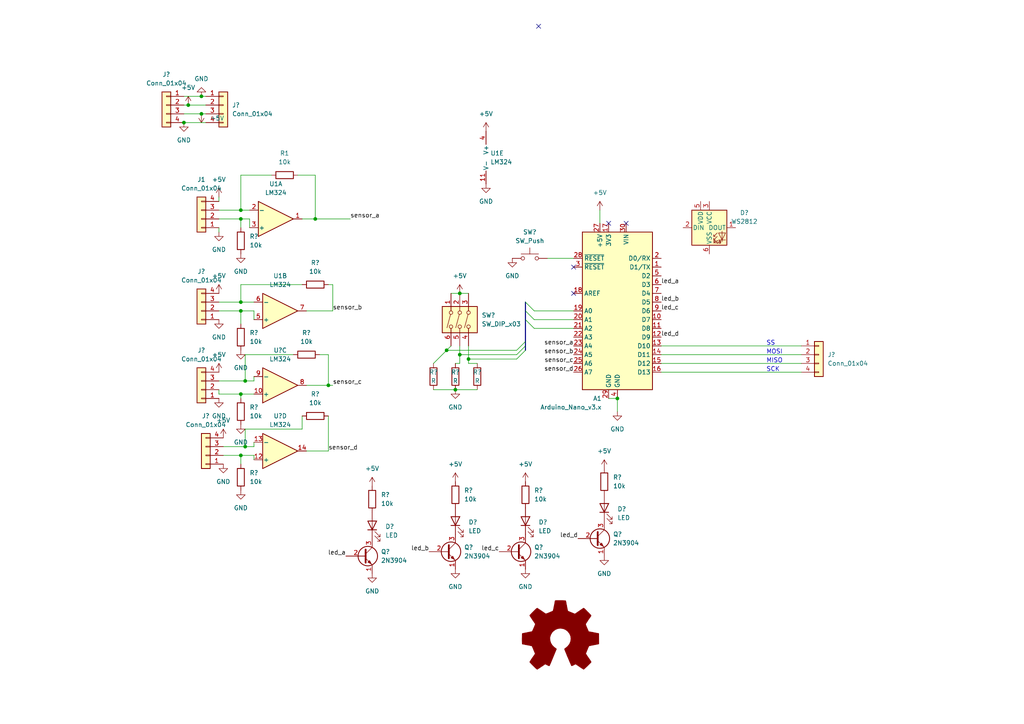
<source format=kicad_sch>
(kicad_sch (version 20211123) (generator eeschema)
  (paper "A4")
  (title_block (title "oiboard") (rev "0.0"))
  (lib_symbols
    (symbol "Amplifier_Operational:LM324" (pin_names (offset 0.127))
      (property "Reference" "U" (at 0 5.08 0))
      (property "Value" "LM324" (at 0 -5.08 0))
      (symbol "LM324_1_1"
        (polyline (pts (xy -5.08 5.08) (xy 5.08 0) (xy -5.08 -5.08) (xy -5.08 5.08)) (stroke (width 0.254)) (fill (type background)))
        (pin output line (at 7.62 0 180) (length 2.54) (name "~") (number "1"))
        (pin input line (at -7.62 -2.54 0) (length 2.54) (name "-") (number "2"))
        (pin input line (at -7.62 2.54 0) (length 2.54) (name "+") (number "3"))
      )
      (symbol "LM324_2_1"
        (polyline (pts (xy -5.08 5.08) (xy 5.08 0) (xy -5.08 -5.08) (xy -5.08 5.08)) (stroke (width 0.254)) (fill (type background)))
        (pin input line (at -7.62 2.54 0) (length 2.54) (name "+") (number "5"))
        (pin input line (at -7.62 -2.54 0) (length 2.54) (name "-") (number "6"))
        (pin output line (at 7.62 0 180) (length 2.54) (name "~") (number "7"))
      )
      (symbol "LM324_3_1"
        (polyline (pts (xy -5.08 5.08) (xy 5.08 0) (xy -5.08 -5.08) (xy -5.08 5.08)) (stroke (width 0.254)) (fill (type background)))
        (pin input line (at -7.62 2.54 0) (length 2.54) (name "+") (number "10"))
        (pin output line (at 7.62 0 180) (length 2.54) (name "~") (number "8"))
        (pin input line (at -7.62 -2.54 0) (length 2.54) (name "-") (number "9"))
      )
      (symbol "LM324_4_1"
        (polyline (pts (xy -5.08 5.08) (xy 5.08 0) (xy -5.08 -5.08) (xy -5.08 5.08)) (stroke (width 0.254)) (fill (type background)))
        (pin input line (at -7.62 2.54 0) (length 2.54) (name "+") (number "12"))
        (pin input line (at -7.62 -2.54 0) (length 2.54) (name "-") (number "13"))
        (pin output line (at 7.62 0 180) (length 2.54) (name "~") (number "14"))
      )
      (symbol "LM324_5_1"
        (pin power_in line (at -2.54 -7.62 90) (length 3.81) (name "V-") (number "11"))
        (pin power_in line (at -2.54 7.62 270) (length 3.81) (name "V+") (number "4"))
      )
    )
    (symbol "Connector_Generic:Conn_01x04" (pin_names (offset 1.016) hide)
      (property "Reference" "J" (at 0 5.08 0))
      (property "Value" "Conn_01x04" (at 0 -7.62 0))
      (symbol "Conn_01x04_1_1"
        (rectangle (start -1.27 -4.953) (end 0 -5.207) (stroke (width 0.1524)))
        (rectangle (start -1.27 -2.413) (end 0 -2.667) (stroke (width 0.1524)))
        (rectangle (start -1.27 0.127) (end 0 -0.127) (stroke (width 0.1524)))
        (rectangle (start -1.27 2.667) (end 0 2.413) (stroke (width 0.1524)))
        (rectangle (start -1.27 3.81) (end 1.27 -6.35) (stroke (width 0.254)) (fill (type background)))
        (pin passive line (at -5.08 2.54 0) (length 3.81) (name "Pin_1") (number "1"))
        (pin passive line (at -5.08 0 0) (length 3.81) (name "Pin_2") (number "2"))
        (pin passive line (at -5.08 -2.54 0) (length 3.81) (name "Pin_3") (number "3"))
        (pin passive line (at -5.08 -5.08 0) (length 3.81) (name "Pin_4") (number "4"))
      )
    )
    (symbol "Device:LED" (pin_numbers hide) (pin_names (offset 1.016) hide)
      (property "Reference" "D" (at 0 2.54 0))
      (property "Value" "LED" (at 0 -2.54 0))
      (symbol "LED_0_1"
        (polyline (pts (xy -1.27 -1.27) (xy -1.27 1.27)) (stroke (width 0.254)))
        (polyline (pts (xy -1.27 0) (xy 1.27 0)))
        (polyline (pts (xy 1.27 -1.27) (xy 1.27 1.27) (xy -1.27 0) (xy 1.27 -1.27)) (stroke (width 0.254)))
        (polyline (pts (xy -3.048 -0.762) (xy -4.572 -2.286) (xy -3.81 -2.286) (xy -4.572 -2.286) (xy -4.572 -1.524)))
        (polyline (pts (xy -1.778 -0.762) (xy -3.302 -2.286) (xy -2.54 -2.286) (xy -3.302 -2.286) (xy -3.302 -1.524)))
      )
      (symbol "LED_1_1"
        (pin passive line (at -3.81 0 0) (length 2.54) (name "K") (number "1"))
        (pin passive line (at 3.81 0 180) (length 2.54) (name "A") (number "2"))
      )
    )
    (symbol "Device:R" (pin_numbers hide) (pin_names (offset 0))
      (property "Reference" "R" (at 2.032 0 90))
      (property "Value" "R" (at 0 0 90))
      (symbol "R_0_1"
        (rectangle (start -1.016 -2.54) (end 1.016 2.54) (stroke (width 0.254)))
      )
      (symbol "R_1_1"
        (pin passive line (at 0 3.81 270) (length 1.27) (name "~") (number "1"))
        (pin passive line (at 0 -3.81 90) (length 1.27) (name "~") (number "2"))
      )
    )
    (symbol "Graphic:Logo_Open_Hardware_Large" (pin_names (offset 1.016))
      (symbol "Logo_Open_Hardware_Large_1_1"
        (polyline (pts (xy 6.731 -8.7122) (xy 6.6294 -8.6614) (xy 6.35 -8.4836) (xy 5.9944 -8.255) (xy 5.5372 -7.9502) (xy 5.1054 -7.6454) (xy 4.7498 -7.4168) (xy 4.4958 -7.239) (xy 4.3942 -7.1882) (xy 4.318 -7.2136) (xy 4.1148 -7.3152) (xy 3.81 -7.4676) (xy 3.6322 -7.5692) (xy 3.3528 -7.6708) (xy 3.2258 -7.6962) (xy 3.2004 -7.6708) (xy 3.0988 -7.4676) (xy 2.9464 -7.0866) (xy 2.7178 -6.604) (xy 2.4892 -6.0452) (xy 2.2352 -5.4356) (xy 1.9558 -4.826) (xy 1.7272 -4.2164) (xy 1.4986 -3.683) (xy 1.3208 -3.2512) (xy 1.2192 -2.9464) (xy 1.1684 -2.8194) (xy 1.1938 -2.794) (xy 1.3208 -2.667) (xy 1.5748 -2.4892) (xy 2.0828 -2.0574) (xy 2.6162 -1.397) (xy 2.921 -0.6604) (xy 3.048 0.1524) (xy 2.9464 0.9144) (xy 2.6416 1.6256) (xy 2.1336 2.286) (xy 1.524 2.7686) (xy 0.8128 3.0734) (xy 0 3.175) (xy -0.762 3.0988) (xy -1.4986 2.794) (xy -2.159 2.286) (xy -2.4384 1.9812) (xy -2.8194 1.3208) (xy -3.048 0.6096) (xy -3.0734 0.4318) (xy -3.0226 -0.3556) (xy -2.794 -1.0922) (xy -2.3876 -1.7526) (xy -1.8288 -2.3114) (xy -1.7526 -2.3622) (xy -1.4732 -2.5654) (xy -1.2954 -2.6924) (xy -1.1684 -2.8194) (xy -2.159 -5.207) (xy -2.3114 -5.588) (xy -2.5908 -6.2484) (xy -2.8194 -6.8072) (xy -3.0226 -7.2644) (xy -3.1496 -7.5692) (xy -3.2258 -7.6708) (xy -3.2258 -7.6962) (xy -3.302 -7.6962) (xy -3.4798 -7.6454) (xy -3.8354 -7.4676) (xy -4.0386 -7.366) (xy -4.2926 -7.239) (xy -4.4196 -7.1882) (xy -4.5212 -7.239) (xy -4.7498 -7.3914) (xy -5.1054 -7.6454) (xy -5.5372 -7.9248) (xy -5.9436 -8.2042) (xy -6.3246 -8.4582) (xy -6.604 -8.636) (xy -6.731 -8.7122) (xy -6.7564 -8.7122) (xy -6.858 -8.636) (xy -7.0866 -8.4582) (xy -7.4168 -8.1534) (xy -7.874 -7.6962) (xy -7.9502 -7.62) (xy -8.3312 -7.239) (xy -8.636 -6.9088) (xy -8.8392 -6.6802) (xy -8.9154 -6.5786) (xy -8.9154 -6.5786) (xy -8.8392 -6.4516) (xy -8.6614 -6.1722) (xy -8.4328 -5.7912) (xy -8.128 -5.3594) (xy -7.3152 -4.191) (xy -7.7724 -3.0988) (xy -7.8994 -2.7686) (xy -8.0772 -2.3622) (xy -8.2042 -2.0828) (xy -8.255 -1.9558) (xy -8.382 -1.905) (xy -8.6614 -1.8542) (xy -9.0932 -1.7526) (xy -9.6266 -1.651) (xy -10.1092 -1.5748) (xy -10.541 -1.4732) (xy -10.8712 -1.4224) (xy -11.0236 -1.397) (xy -11.049 -1.3716) (xy -11.0744 -1.2954) (xy -11.0998 -1.143) (xy -11.0998 -0.889) (xy -11.1252 -0.4572) (xy -11.1252 0.1524) (xy -11.1252 0.2286) (xy -11.0998 0.8128) (xy -11.0998 1.27) (xy -11.0744 1.5494) (xy -11.0744 1.6764) (xy -11.0744 1.6764) (xy -10.922 1.7018) (xy -10.6172 1.778) (xy -10.16 1.8542) (xy -9.652 1.9558) (xy -9.6012 1.9812) (xy -9.0932 2.0828) (xy -8.636 2.159) (xy -8.3312 2.2352) (xy -8.2042 2.286) (xy -8.1788 2.3114) (xy -8.0772 2.5146) (xy -7.9248 2.8448) (xy -7.747 3.2512) (xy -7.5692 3.6576) (xy -7.4168 4.0386) (xy -7.3152 4.318) (xy -7.2898 4.445) (xy -7.2898 4.445) (xy -7.366 4.572) (xy -7.5438 4.826) (xy -7.7978 5.207) (xy -8.128 5.6642) (xy -8.128 5.6896) (xy -8.4328 6.1468) (xy -8.6868 6.5278) (xy -8.8392 6.7818) (xy -8.9154 6.9088) (xy -8.9154 6.9088) (xy -8.8138 7.0358) (xy -8.5852 7.2898) (xy -8.255 7.6454) (xy -7.874 8.0264) (xy -7.747 8.1534) (xy -7.3152 8.5852) (xy -7.0104 8.8646) (xy -6.8326 8.9916) (xy -6.731 9.0424) (xy -6.731 9.0424) (xy -6.604 8.9408) (xy -6.3246 8.763) (xy -5.9436 8.509) (xy -5.4864 8.2042) (xy -5.461 8.1788) (xy -5.0038 7.874) (xy -4.6482 7.62) (xy -4.3688 7.4422) (xy -4.2672 7.3914) (xy -4.2418 7.3914) (xy -4.064 7.4422) (xy -3.7338 7.5438) (xy -3.3528 7.6962) (xy -2.9464 7.874) (xy -2.5654 8.0264) (xy -2.286 8.1534) (xy -2.159 8.2296) (xy -2.159 8.2296) (xy -2.1082 8.382) (xy -2.032 8.7122) (xy -1.9304 9.1694) (xy -1.8288 9.7282) (xy -1.8034 9.8044) (xy -1.7018 10.3378) (xy -1.6256 10.7696) (xy -1.5748 11.0744) (xy -1.524 11.2014) (xy -1.4478 11.2268) (xy -1.1938 11.2522) (xy -0.8128 11.2522) (xy -0.3302 11.2522) (xy 0.1524 11.2522) (xy 0.6604 11.2522) (xy 1.0668 11.2268) (xy 1.3716 11.2014) (xy 1.4986 11.176) (xy 1.4986 11.176) (xy 1.5494 11.0236) (xy 1.6256 10.6934) (xy 1.7018 10.2108) (xy 1.8288 9.6774) (xy 1.8288 9.5758) (xy 1.9304 9.0424) (xy 2.032 8.6106) (xy 2.0828 8.3058) (xy 2.1336 8.2042) (xy 2.159 8.1788) (xy 2.3876 8.0772) (xy 2.7432 7.9248) (xy 3.175 7.747) (xy 4.191 7.3406) (xy 5.461 8.2042) (xy 5.5626 8.2804) (xy 6.0198 8.5852) (xy 6.3754 8.8392) (xy 6.6294 8.9916) (xy 6.7564 9.0424) (xy 6.7564 9.0424) (xy 6.8834 8.9408) (xy 7.1374 8.7122) (xy 7.4676 8.382) (xy 7.8486 7.9756) (xy 8.1534 7.6962) (xy 8.4836 7.3406) (xy 8.7122 7.112) (xy 8.8392 6.9596) (xy 8.8646 6.858) (xy 8.8646 6.8072) (xy 8.7884 6.6802) (xy 8.6106 6.4008) (xy 8.3312 6.0198) (xy 8.0264 5.588) (xy 7.7978 5.207) (xy 7.5184 4.8006) (xy 7.3406 4.4958) (xy 7.2898 4.3434) (xy 7.2898 4.2926) (xy 7.3914 4.0386) (xy 7.5184 3.683) (xy 7.7216 3.2258) (xy 8.1534 2.2352) (xy 8.7884 2.1082) (xy 9.1948 2.0574) (xy 9.7536 1.9304) (xy 10.2616 1.8288) (xy 11.0998 1.6764) (xy 11.1252 -1.3208) (xy 10.9982 -1.3716) (xy 10.8712 -1.397) (xy 10.5664 -1.4732) (xy 10.1346 -1.5494) (xy 9.6266 -1.651) (xy 9.1948 -1.7272) (xy 8.7376 -1.8288) (xy 8.4328 -1.8796) (xy 8.2804 -1.905) (xy 8.255 -1.9558) (xy 8.1534 -2.159) (xy 7.9756 -2.5146) (xy 7.8232 -2.921) (xy 7.6454 -3.3274) (xy 7.493 -3.7338) (xy 7.366 -4.0132) (xy 7.3406 -4.191) (xy 7.3914 -4.2926) (xy 7.5692 -4.5466) (xy 7.7978 -4.9276) (xy 8.1026 -5.3594) (xy 8.4074 -5.7912) (xy 8.6614 -6.1722) (xy 8.8138 -6.4262) (xy 8.89 -6.5532) (xy 8.8646 -6.6548) (xy 8.6868 -6.858) (xy 8.3566 -7.1882) (xy 7.874 -7.6708) (xy 7.7978 -7.747) (xy 7.3914 -8.128) (xy 7.0612 -8.4328) (xy 6.8326 -8.636) (xy 6.731 -8.7122)) (fill (type outline)))
      )
    )
    (symbol "LED:WS2812" (pin_names (offset 0.254))
      (property "Reference" "D" (at 5.08 5.715 0))
      (property "Value" "WS2812" (at 1.27 -5.715 0))
      (symbol "WS2812_0_0"
        (text "RGB" (at 2.286 -4.191 0) (effects (font (size 0.762 0.762))))
      )
      (symbol "WS2812_0_1"
        (polyline (pts (xy 1.27 -3.556) (xy 1.778 -3.556)))
        (polyline (pts (xy 1.27 -2.54) (xy 1.778 -2.54)))
        (polyline (pts (xy 4.699 -3.556) (xy 2.667 -3.556)))
        (polyline (pts (xy 2.286 -2.54) (xy 1.27 -3.556) (xy 1.27 -3.048)))
        (polyline (pts (xy 2.286 -1.524) (xy 1.27 -2.54) (xy 1.27 -2.032)))
        (polyline (pts (xy 3.683 -1.016) (xy 3.683 -3.556) (xy 3.683 -4.064)))
        (polyline (pts (xy 4.699 -1.524) (xy 2.667 -1.524) (xy 3.683 -3.556) (xy 4.699 -1.524)))
        (rectangle (start 5.08 5.08) (end -5.08 -5.08) (stroke (width 0.254)) (fill (type background)))
      )
      (symbol "WS2812_1_1"
        (pin output line (at 7.62 0 180) (length 2.54) (name "DOUT") (number "1"))
        (pin input line (at -7.62 0 0) (length 2.54) (name "DIN") (number "2"))
        (pin power_in line (at 0 7.62 270) (length 2.54) (name "VCC") (number "3"))
        (pin no_connect line (at 5.08 2.54 180) (length 2.54) hide (name "NC") (number "4"))
        (pin power_in line (at -2.54 7.62 270) (length 2.54) (name "VDD") (number "5"))
        (pin power_in line (at 0 -7.62 90) (length 2.54) (name "VSS") (number "6"))
      )
    )
    (symbol "MCU_Module:Arduino_Nano_v3.x"
      (property "Reference" "A" (at -10.16 23.495 0))
      (property "Value" "Arduino_Nano_v3.x" (at 5.08 -24.13 0))
      (symbol "Arduino_Nano_v3.x_0_1"
        (rectangle (start -10.16 22.86) (end 10.16 -22.86) (stroke (width 0.254)) (fill (type background)))
      )
      (symbol "Arduino_Nano_v3.x_1_1"
        (pin bidirectional line (at -12.7 12.7 0) (length 2.54) (name "D1/TX") (number "1"))
        (pin bidirectional line (at -12.7 -2.54 0) (length 2.54) (name "D7") (number "10"))
        (pin bidirectional line (at -12.7 -5.08 0) (length 2.54) (name "D8") (number "11"))
        (pin bidirectional line (at -12.7 -7.62 0) (length 2.54) (name "D9") (number "12"))
        (pin bidirectional line (at -12.7 -10.16 0) (length 2.54) (name "D10") (number "13"))
        (pin bidirectional line (at -12.7 -12.7 0) (length 2.54) (name "D11") (number "14"))
        (pin bidirectional line (at -12.7 -15.24 0) (length 2.54) (name "D12") (number "15"))
        (pin bidirectional line (at -12.7 -17.78 0) (length 2.54) (name "D13") (number "16"))
        (pin power_out line (at 2.54 25.4 270) (length 2.54) (name "3V3") (number "17"))
        (pin input line (at 12.7 5.08 180) (length 2.54) (name "AREF") (number "18"))
        (pin bidirectional line (at 12.7 0 180) (length 2.54) (name "A0") (number "19"))
        (pin bidirectional line (at -12.7 15.24 0) (length 2.54) (name "D0/RX") (number "2"))
        (pin bidirectional line (at 12.7 -2.54 180) (length 2.54) (name "A1") (number "20"))
        (pin bidirectional line (at 12.7 -5.08 180) (length 2.54) (name "A2") (number "21"))
        (pin bidirectional line (at 12.7 -7.62 180) (length 2.54) (name "A3") (number "22"))
        (pin bidirectional line (at 12.7 -10.16 180) (length 2.54) (name "A4") (number "23"))
        (pin bidirectional line (at 12.7 -12.7 180) (length 2.54) (name "A5") (number "24"))
        (pin bidirectional line (at 12.7 -15.24 180) (length 2.54) (name "A6") (number "25"))
        (pin bidirectional line (at 12.7 -17.78 180) (length 2.54) (name "A7") (number "26"))
        (pin power_out line (at 5.08 25.4 270) (length 2.54) (name "+5V") (number "27"))
        (pin input line (at 12.7 15.24 180) (length 2.54) (name "~{RESET}") (number "28"))
        (pin power_in line (at 2.54 -25.4 90) (length 2.54) (name "GND") (number "29"))
        (pin input line (at 12.7 12.7 180) (length 2.54) (name "~{RESET}") (number "3"))
        (pin power_in line (at -2.54 25.4 270) (length 2.54) (name "VIN") (number "30"))
        (pin power_in line (at 0 -25.4 90) (length 2.54) (name "GND") (number "4"))
        (pin bidirectional line (at -12.7 10.16 0) (length 2.54) (name "D2") (number "5"))
        (pin bidirectional line (at -12.7 7.62 0) (length 2.54) (name "D3") (number "6"))
        (pin bidirectional line (at -12.7 5.08 0) (length 2.54) (name "D4") (number "7"))
        (pin bidirectional line (at -12.7 2.54 0) (length 2.54) (name "D5") (number "8"))
        (pin bidirectional line (at -12.7 0 0) (length 2.54) (name "D6") (number "9"))
      )
    )
    (symbol "Switch:SW_DIP_x03" (pin_names (offset 0) hide)
      (property "Reference" "SW" (at 0 8.89 0))
      (property "Value" "SW_DIP_x03" (at 0 -3.81 0))
      (symbol "SW_DIP_x03_0_0"
        (circle (center -2.032 0) (radius 0.508))
        (circle (center -2.032 2.54) (radius 0.508))
        (circle (center -2.032 5.08) (radius 0.508))
        (polyline (pts (xy -1.524 0.127) (xy 2.3622 1.1684)))
        (polyline (pts (xy -1.524 2.667) (xy 2.3622 3.7084)))
        (polyline (pts (xy -1.524 5.207) (xy 2.3622 6.2484)))
        (circle (center 2.032 0) (radius 0.508))
        (circle (center 2.032 2.54) (radius 0.508))
        (circle (center 2.032 5.08) (radius 0.508))
      )
      (symbol "SW_DIP_x03_0_1"
        (rectangle (start -3.81 7.62) (end 3.81 -2.54) (stroke (width 0.254)) (fill (type background)))
      )
      (symbol "SW_DIP_x03_1_1"
        (pin passive line (at -7.62 5.08 0) (length 5.08) (name "~") (number "1"))
        (pin passive line (at -7.62 2.54 0) (length 5.08) (name "~") (number "2"))
        (pin passive line (at -7.62 0 0) (length 5.08) (name "~") (number "3"))
        (pin passive line (at 7.62 0 180) (length 5.08) (name "~") (number "4"))
        (pin passive line (at 7.62 2.54 180) (length 5.08) (name "~") (number "5"))
        (pin passive line (at 7.62 5.08 180) (length 5.08) (name "~") (number "6"))
      )
    )
    (symbol "Switch:SW_Push" (pin_numbers hide) (pin_names (offset 1.016) hide)
      (property "Reference" "SW" (at 1.27 2.54 0))
      (property "Value" "SW_Push" (at 0 -1.524 0))
      (symbol "SW_Push_0_1"
        (circle (center -2.032 0) (radius 0.508))
        (polyline (pts (xy 0 1.27) (xy 0 3.048)))
        (polyline (pts (xy 2.54 1.27) (xy -2.54 1.27)))
        (circle (center 2.032 0) (radius 0.508))
        (pin passive line (at -5.08 0 0) (length 2.54) (name "1") (number "1"))
        (pin passive line (at 5.08 0 180) (length 2.54) (name "2") (number "2"))
      )
    )
    (symbol "Transistor_BJT:2N3904" (pin_names (offset 0) hide)
      (property "Reference" "Q" (at 5.08 1.905 0))
      (property "Value" "2N3904" (at 5.08 0 0))
      (symbol "2N3904_0_1"
        (polyline (pts (xy 0.635 0.635) (xy 2.54 2.54)))
        (polyline (pts (xy 0.635 -0.635) (xy 2.54 -2.54) (xy 2.54 -2.54)))
        (polyline (pts (xy 0.635 1.905) (xy 0.635 -1.905) (xy 0.635 -1.905)) (stroke (width 0.508)))
        (polyline (pts (xy 1.27 -1.778) (xy 1.778 -1.27) (xy 2.286 -2.286) (xy 1.27 -1.778) (xy 1.27 -1.778)) (fill (type outline)))
        (circle (center 1.27 0) (radius 2.8194) (stroke (width 0.254)))
      )
      (symbol "2N3904_1_1"
        (pin passive line (at 2.54 -5.08 90) (length 2.54) (name "E") (number "1"))
        (pin passive line (at -5.08 0 0) (length 5.715) (name "B") (number "2"))
        (pin passive line (at 2.54 5.08 270) (length 2.54) (name "C") (number "3"))
      )
    )
    (symbol "power:+5V" (power) (pin_names (offset 0))
      (property "Value" "+5V" (at 0 3.556 0))
      (symbol "+5V_0_1"
        (polyline (pts (xy -0.762 1.27) (xy 0 2.54)))
        (polyline (pts (xy 0 0) (xy 0 2.54)))
        (polyline (pts (xy 0 2.54) (xy 0.762 1.27)))
      )
      (symbol "+5V_1_1"
        (pin power_in line (at 0 0 90) (length 0) hide (name "+5V") (number "1"))
      )
    )
    (symbol "power:GND" (power) (pin_names (offset 0))
      (property "Value" "GND" (at 0 -3.81 0))
      (symbol "GND_0_1"
        (polyline (pts (xy 0 0) (xy 0 -1.27) (xy 1.27 -1.27) (xy 0 -2.54) (xy -1.27 -1.27) (xy 0 -1.27)))
      )
      (symbol "GND_1_1"
        (pin power_in line (at 0 0 270) (length 0) hide (name "GND") (number "1"))
      )
    )
  )
  (junction (at 179.07 115.57))
  (junction (at 133.35 102.87))
  (junction (at 69.85 87.63))
  (junction (at 71.12 129.54))
  (junction (at 53.34 35.56))
  (junction (at 69.85 90.17))
  (junction (at 71.12 110.49))
  (junction (at 129.54 101.6))
  (junction (at 58.42 33.02))
  (junction (at 69.85 63.5))
  (junction (at 133.35 85.09))
  (junction (at 95.25 111.76))
  (junction (at 69.85 60.96))
  (junction (at 91.44 63.5))
  (junction (at 135.89 104.14))
  (junction (at 54.61 30.48))
  (junction (at 69.85 132.08))
  (junction (at 132.08 113.03))
  (junction (at 58.42 27.94))
  (junction (at 69.85 114.3))
  (no_connect (at 166.37 77.47))
  (no_connect (at 156.21 7.62))
  (no_connect (at 166.37 85.09))
  (no_connect (at 176.53 64.77))
  (no_connect (at 181.61 64.77))
  (bus_entry (at 152.4 99.06) (size -2.54 2.54))
  (bus_entry (at 152.4 100.33) (size -2.54 2.54))
  (bus_entry (at 152.4 87.63) (size 2.54 2.54))
  (bus_entry (at 152.4 92.71) (size 2.54 2.54))
  (bus_entry (at 152.4 90.17) (size 2.54 2.54))
  (bus_entry (at 152.4 101.6) (size -2.54 2.54))
  (wire (pts (xy 95.25 82.55) (xy 96.52 82.55)))
  (wire (pts (xy 53.34 35.56) (xy 59.69 35.56)))
  (wire (pts (xy 73.66 129.54) (xy 73.66 128.27)))
  (bus (pts (xy 152.4 99.06) (xy 152.4 100.33)))
  (wire (pts (xy 69.85 82.55) (xy 87.63 82.55)))
  (wire (pts (xy 96.52 90.17) (xy 88.9 90.17)))
  (wire (pts (xy 86.36 50.8) (xy 91.44 50.8)))
  (wire (pts (xy 58.42 33.02) (xy 59.69 33.02)))
  (wire (pts (xy 129.54 101.6) (xy 130.81 100.33)))
  (wire (pts (xy 63.5 66.04) (xy 63.5 67.31)))
  (wire (pts (xy 63.5 110.49) (xy 71.12 110.49)))
  (wire (pts (xy 125.73 105.41) (xy 129.54 101.6)))
  (wire (pts (xy 71.12 110.49) (xy 73.66 110.49)))
  (wire (pts (xy 154.94 92.71) (xy 166.37 92.71)))
  (wire (pts (xy 95.25 111.76) (xy 96.52 111.76)))
  (wire (pts (xy 91.44 63.5) (xy 87.63 63.5)))
  (wire (pts (xy 132.08 105.41) (xy 133.35 105.41)))
  (wire (pts (xy 72.39 63.5) (xy 72.39 66.04)))
  (wire (pts (xy 63.5 58.42) (xy 63.5 57.15)))
  (wire (pts (xy 95.25 102.87) (xy 95.25 111.76)))
  (bus (pts (xy 152.4 90.17) (xy 152.4 92.71)))
  (wire (pts (xy 179.07 115.57) (xy 176.53 115.57)))
  (wire (pts (xy 92.71 102.87) (xy 95.25 102.87)))
  (wire (pts (xy 191.77 100.33) (xy 232.41 100.33)))
  (wire (pts (xy 71.12 129.54) (xy 73.66 129.54)))
  (wire (pts (xy 87.63 124.46) (xy 87.63 120.65)))
  (wire (pts (xy 69.85 90.17) (xy 73.66 90.17)))
  (wire (pts (xy 132.08 113.03) (xy 138.43 113.03)))
  (wire (pts (xy 133.35 102.87) (xy 133.35 105.41)))
  (wire (pts (xy 69.85 114.3) (xy 69.85 115.57)))
  (wire (pts (xy 154.94 95.25) (xy 166.37 95.25)))
  (wire (pts (xy 69.85 87.63) (xy 73.66 87.63)))
  (wire (pts (xy 54.61 30.48) (xy 59.69 30.48)))
  (wire (pts (xy 53.34 33.02) (xy 58.42 33.02)))
  (bus (pts (xy 152.4 92.71) (xy 152.4 99.06)))
  (wire (pts (xy 69.85 132.08) (xy 73.66 132.08)))
  (wire (pts (xy 133.35 85.09) (xy 135.89 85.09)))
  (wire (pts (xy 63.5 90.17) (xy 69.85 90.17)))
  (wire (pts (xy 91.44 50.8) (xy 91.44 63.5)))
  (wire (pts (xy 154.94 90.17) (xy 166.37 90.17)))
  (wire (pts (xy 69.85 90.17) (xy 69.85 93.98)))
  (wire (pts (xy 63.5 87.63) (xy 69.85 87.63)))
  (wire (pts (xy 135.89 100.33) (xy 135.89 104.14)))
  (wire (pts (xy 71.12 124.46) (xy 87.63 124.46)))
  (wire (pts (xy 73.66 110.49) (xy 73.66 109.22)))
  (wire (pts (xy 64.77 132.08) (xy 69.85 132.08)))
  (wire (pts (xy 173.99 60.96) (xy 173.99 64.77)))
  (wire (pts (xy 73.66 90.17) (xy 73.66 92.71)))
  (wire (pts (xy 191.77 102.87) (xy 232.41 102.87)))
  (wire (pts (xy 64.77 129.54) (xy 71.12 129.54)))
  (wire (pts (xy 58.42 27.94) (xy 59.69 27.94)))
  (wire (pts (xy 69.85 50.8) (xy 78.74 50.8)))
  (wire (pts (xy 53.34 27.94) (xy 58.42 27.94)))
  (wire (pts (xy 69.85 132.08) (xy 69.85 134.62)))
  (wire (pts (xy 71.12 110.49) (xy 71.12 102.87)))
  (wire (pts (xy 149.86 104.14) (xy 135.89 104.14)))
  (wire (pts (xy 91.44 63.5) (xy 101.6 63.5)))
  (wire (pts (xy 53.34 30.48) (xy 54.61 30.48)))
  (wire (pts (xy 133.35 100.33) (xy 133.35 102.87)))
  (wire (pts (xy 158.75 74.93) (xy 166.37 74.93)))
  (wire (pts (xy 69.85 87.63) (xy 69.85 82.55)))
  (wire (pts (xy 69.85 60.96) (xy 69.85 50.8)))
  (wire (pts (xy 130.81 85.09) (xy 133.35 85.09)))
  (wire (pts (xy 63.5 60.96) (xy 69.85 60.96)))
  (wire (pts (xy 73.66 114.3) (xy 69.85 114.3)))
  (wire (pts (xy 69.85 63.5) (xy 69.85 66.04)))
  (wire (pts (xy 69.85 63.5) (xy 72.39 63.5)))
  (wire (pts (xy 71.12 102.87) (xy 85.09 102.87)))
  (wire (pts (xy 71.12 124.46) (xy 71.12 129.54)))
  (wire (pts (xy 73.66 132.08) (xy 73.66 133.35)))
  (wire (pts (xy 191.77 107.95) (xy 232.41 107.95)))
  (bus (pts (xy 152.4 87.63) (xy 152.4 90.17)))
  (wire (pts (xy 135.89 104.14) (xy 135.89 105.41)))
  (wire (pts (xy 179.07 115.57) (xy 179.07 119.38)))
  (wire (pts (xy 95.25 120.65) (xy 95.25 130.81)))
  (wire (pts (xy 63.5 63.5) (xy 69.85 63.5)))
  (wire (pts (xy 133.35 102.87) (xy 149.86 102.87)))
  (bus (pts (xy 152.4 100.33) (xy 152.4 101.6)))
  (wire (pts (xy 69.85 60.96) (xy 72.39 60.96)))
  (wire (pts (xy 95.25 111.76) (xy 88.9 111.76)))
  (wire (pts (xy 95.25 130.81) (xy 88.9 130.81)))
  (wire (pts (xy 191.77 105.41) (xy 232.41 105.41)))
  (wire (pts (xy 135.89 105.41) (xy 138.43 105.41)))
  (wire (pts (xy 63.5 114.3) (xy 63.5 113.03)))
  (wire (pts (xy 125.73 113.03) (xy 132.08 113.03)))
  (wire (pts (xy 96.52 82.55) (xy 96.52 90.17)))
  (wire (pts (xy 69.85 114.3) (xy 63.5 114.3)))
  (wire (pts (xy 129.54 101.6) (xy 149.86 101.6)))
  (text "MISO" (at 222.25 105.41 0) (effects (font (size 1.27 1.27)) (justify left bottom)))
  (text "MOSI" (at 222.25 102.87 0) (effects (font (size 1.27 1.27)) (justify left bottom)))
  (text "SCK" (at 222.25 107.95 0) (effects (font (size 1.27 1.27)) (justify left bottom)))
  (text "SS" (at 222.25 100.33 0) (effects (font (size 1.27 1.27)) (justify left bottom)))
  (label "sensor_b" (at 166.37 102.87 180))
  (label "sensor_c" (at 96.52 111.76 0))
  (label "led_a" (at 191.77 82.55 0))
  (label "sensor_b" (at 96.52 90.17 0))
  (label "sensor_d" (at 166.37 107.95 180))
  (label "sensor_d" (at 95.25 130.81 0))
  (label "led_d" (at 191.77 97.79 0))
  (label "led_b" (at 191.77 87.63 0))
  (label "sensor_a" (at 101.6 63.5 0))
  (label "sensor_a" (at 166.37 100.33 180))
  (label "led_b" (at 124.46 160.02 180))
  (label "led_d" (at 167.64 156.21 180))
  (label "led_c" (at 144.78 160.02 180))
  (label "led_c" (at 191.77 90.17 0))
  (label "sensor_c" (at 166.37 105.41 180))
  (label "led_a" (at 100.33 161.29 180))
  (symbol (lib_id "power:+5V") (at 64.77 127 0) (unit 1)
    (property "Reference" "#PWR?" (effects hide))
    (property "Value" "+5V" (at 64.77 121.92 0))
  )
  (symbol (lib_id "power:+5V") (at 54.61 30.48 0) (unit 1)
    (property "Reference" "#PWR?" (effects hide))
    (property "Value" "+5V" (at 54.61 25.4 0))
  )
  (symbol (lib_id "power:GND") (at 69.85 123.19 0) (unit 1)
    (property "Reference" "#PWR?" (effects hide))
    (property "Value" "GND" (at 69.85 128.27 0))
  )
  (symbol (lib_id "Device:R") (at 91.44 82.55 90) (unit 1)
    (property "Reference" "R?" (at 91.44 76.2 90))
    (property "Value" "10k" (at 91.44 78.74 90))
    (property "Footprint" "Resistor_THT:R_Axial_DIN0207_L6.3mm_D2.5mm_P15.24mm_Horizontal" (effects hide))
  )
  (symbol (lib_id "power:GND") (at 140.97 53.34 0) (unit 1)
    (property "Reference" "#PWR?" (effects hide))
    (property "Value" "GND" (at 140.97 58.42 0))
  )
  (symbol (lib_id "Device:R") (at 91.44 120.65 90) (unit 1)
    (property "Reference" "R?" (at 91.44 114.3 90))
    (property "Value" "10k" (at 91.44 116.84 90))
    (property "Footprint" "Resistor_THT:R_Axial_DIN0207_L6.3mm_D2.5mm_P15.24mm_Horizontal" (effects hide))
  )
  (symbol (lib_id "power:GND") (at 64.77 134.62 0) (unit 1)
    (property "Reference" "#PWR?" (effects hide))
    (property "Value" "GND" (at 64.77 139.7 0))
  )
  (symbol (lib_id "Connector_Generic:Conn_01x04") (at 48.26 30.48 0) (mirror y) (unit 1)
    (property "Reference" "J?" (at 48.26 21.59 0))
    (property "Value" "Conn_01x04" (at 48.26 24.13 0))
    (property "Footprint" "TerminalBlock:TerminalBlock_bornier-4_P5.08mm" (effects hide))
  )
  (symbol (lib_id "Transistor_BJT:2N3904") (at 149.86 160.02 0) (unit 1)
    (property "Reference" "Q?" (at 154.94 158.7499 0) (effects (justify left)))
    (property "Value" "2N3904" (at 154.94 161.2899 0) (effects (justify left)))
    (property "Footprint" "Package_TO_SOT_THT:TO-92_Inline" (effects hide))
    (property "Datasheet" "https://www.onsemi.com/pub/Collateral/2N3903-D.PDF" (effects hide))
  )
  (symbol (lib_id "Device:R") (at 69.85 119.38 0) (unit 1)
    (property "Reference" "R?" (at 72.39 118.1099 0) (effects (justify left)))
    (property "Value" "10k" (at 72.39 120.6499 0) (effects (justify left)))
    (property "Footprint" "Resistor_THT:R_Axial_DIN0207_L6.3mm_D2.5mm_P15.24mm_Horizontal" (effects hide))
  )
  (symbol (lib_id "Connector_Generic:Conn_01x04") (at 58.42 90.17 180) (unit 1)
    (property "Reference" "J?" (at 58.42 78.74 0))
    (property "Value" "Conn_01x04" (at 58.42 81.28 0))
    (property "Footprint" "Connector_PinHeader_2.54mm:PinHeader_1x04_P2.54mm_Horizontal" (effects hide))
  )
  (symbol (lib_id "Device:R") (at 82.55 50.8 90) (unit 1)
    (property "Reference" "R1" (at 82.55 44.45 90))
    (property "Value" "10k" (at 82.55 46.99 90))
    (property "Footprint" "Resistor_THT:R_Axial_DIN0207_L6.3mm_D2.5mm_P15.24mm_Horizontal" (effects hide))
  )
  (symbol (lib_id "Amplifier_Operational:LM324") (at 81.28 90.17 0) (mirror x) (unit 2)
    (property "Reference" "U1" (at 81.28 80.01 0))
    (property "Value" "LM324" (at 81.28 82.55 0))
    (property "Footprint" "Package_DIP:DIP-14_W7.62mm" (effects hide))
    (property "Datasheet" "http://www.ti.com/lit/ds/symlink/lm2902-n.pdf" (effects hide))
  )
  (symbol (lib_id "Device:LED") (at 107.95 152.4 90) (unit 1)
    (property "Reference" "D?" (at 111.76 152.7174 90) (effects (justify right)))
    (property "Value" "LED" (at 111.76 155.2574 90) (effects (justify right)))
  )
  (symbol (lib_id "Device:R") (at 138.43 109.22 0) (mirror y) (unit 1)
    (property "Reference" "R?" (at 138.43 107.95 0))
    (property "Value" "R" (at 138.43 110.49 0))
  )
  (symbol (lib_id "power:+5V") (at 58.42 33.02 180) (unit 1)
    (property "Reference" "#PWR?" (effects hide))
    (property "Value" "+5V" (at 60.96 34.2899 0) (effects (justify right)))
  )
  (symbol (lib_id "power:+5V") (at 63.5 57.15 0) (unit 1)
    (property "Reference" "#PWR?" (effects hide))
    (property "Value" "+5V" (at 63.5 52.07 0))
  )
  (symbol (lib_id "power:GND") (at 53.34 35.56 0) (unit 1)
    (property "Reference" "#PWR?" (effects hide))
    (property "Value" "GND" (at 53.34 40.64 0))
  )
  (symbol (lib_id "Device:LED") (at 132.08 151.13 90) (unit 1)
    (property "Reference" "D?" (at 135.89 151.4474 90) (effects (justify right)))
    (property "Value" "LED" (at 135.89 153.9874 90) (effects (justify right)))
  )
  (symbol (lib_id "power:+5V") (at 133.35 85.09 0) (unit 1)
    (property "Reference" "#PWR?" (effects hide))
    (property "Value" "+5V" (at 133.35 80.01 0))
  )
  (symbol (lib_id "power:GND") (at 63.5 92.71 0) (unit 1)
    (property "Reference" "#PWR?" (effects hide))
    (property "Value" "GND" (at 63.5 97.79 0))
  )
  (symbol (lib_id "power:+5V") (at 63.5 107.95 0) (unit 1)
    (property "Reference" "#PWR?" (effects hide))
    (property "Value" "+5V" (at 63.5 102.87 0))
  )
  (symbol (lib_id "Switch:SW_Push") (at 153.67 74.93 0) (unit 1)
    (property "Reference" "SW?" (at 153.67 67.31 0))
    (property "Value" "SW_Push" (at 153.67 69.85 0))
  )
  (symbol (lib_id "Connector_Generic:Conn_01x04") (at 58.42 63.5 180) (unit 1)
    (property "Reference" "J1" (at 58.42 52.07 0))
    (property "Value" "Conn_01x04" (at 58.42 54.61 0))
    (property "Footprint" "Connector_PinHeader_2.54mm:PinHeader_1x04_P2.54mm_Horizontal" (effects hide))
  )
  (symbol (lib_id "MCU_Module:Arduino_Nano_v3.x") (at 179.07 90.17 0) (mirror y) (unit 1)
    (property "Reference" "A1" (at 174.5106 115.57 0) (effects (justify left)))
    (property "Value" "Arduino_Nano_v3.x" (at 174.5106 118.11 0) (effects (justify left)))
    (property "Footprint" "Module:Arduino_Nano" (effects hide))
    (property "Datasheet" "http://www.mouser.com/pdfdocs/Gravitech_Arduino_Nano3_0.pdf" (effects hide))
  )
  (symbol (lib_id "Connector_Generic:Conn_01x04") (at 64.77 30.48 0) (unit 1)
    (property "Reference" "J?" (at 67.31 30.4799 0) (effects (justify left)))
    (property "Value" "Conn_01x04" (at 67.31 33.0199 0) (effects (justify left)))
    (property "Footprint" "TerminalBlock:TerminalBlock_bornier-4_P5.08mm" (effects hide))
  )
  (symbol (lib_id "power:GND") (at 175.26 161.29 0) (unit 1)
    (property "Reference" "#PWR?" (effects hide))
    (property "Value" "GND" (at 175.26 166.37 0))
  )
  (symbol (lib_id "power:GND") (at 69.85 101.6 0) (unit 1)
    (property "Reference" "#PWR?" (effects hide))
    (property "Value" "GND" (at 69.85 106.68 0))
  )
  (symbol (lib_id "Device:LED") (at 152.4 151.13 90) (unit 1)
    (property "Reference" "D?" (at 156.21 151.4474 90) (effects (justify right)))
    (property "Value" "LED" (at 156.21 153.9874 90) (effects (justify right)))
  )
  (symbol (lib_id "power:+5V") (at 107.95 140.97 0) (unit 1)
    (property "Reference" "#PWR?" (effects hide))
    (property "Value" "+5V" (at 107.95 135.89 0))
  )
  (symbol (lib_id "Device:R") (at 152.4 143.51 180) (unit 1)
    (property "Reference" "R?" (at 154.94 142.2399 0) (effects (justify right)))
    (property "Value" "10k" (at 154.94 144.7799 0) (effects (justify right)))
    (property "Footprint" "Resistor_THT:R_Axial_DIN0207_L6.3mm_D2.5mm_P15.24mm_Horizontal" (effects hide))
  )
  (symbol (lib_id "power:+5V") (at 175.26 135.89 0) (unit 1)
    (property "Reference" "#PWR?" (effects hide))
    (property "Value" "+5V" (at 175.26 130.81 0))
  )
  (symbol (lib_id "Connector_Generic:Conn_01x04") (at 59.69 132.08 180) (unit 1)
    (property "Reference" "J?" (at 59.69 120.65 0))
    (property "Value" "Conn_01x04" (at 59.69 123.19 0))
    (property "Footprint" "Connector_PinHeader_2.54mm:PinHeader_1x04_P2.54mm_Horizontal" (effects hide))
  )
  (symbol (lib_id "Transistor_BJT:2N3904") (at 172.72 156.21 0) (unit 1)
    (property "Reference" "Q?" (at 177.8 154.9399 0) (effects (justify left)))
    (property "Value" "2N3904" (at 177.8 157.4799 0) (effects (justify left)))
    (property "Footprint" "Package_TO_SOT_THT:TO-92_Inline" (effects hide))
    (property "Datasheet" "https://www.onsemi.com/pub/Collateral/2N3903-D.PDF" (effects hide))
  )
  (symbol (lib_id "power:GND") (at 69.85 142.24 0) (unit 1)
    (property "Reference" "#PWR?" (effects hide))
    (property "Value" "GND" (at 69.85 147.32 0))
  )
  (symbol (lib_id "Device:R") (at 69.85 138.43 0) (unit 1)
    (property "Reference" "R?" (at 72.39 137.1599 0) (effects (justify left)))
    (property "Value" "10k" (at 72.39 139.6999 0) (effects (justify left)))
    (property "Footprint" "Resistor_THT:R_Axial_DIN0207_L6.3mm_D2.5mm_P15.24mm_Horizontal" (effects hide))
  )
  (symbol (lib_id "Device:R") (at 125.73 109.22 0) (mirror y) (unit 1)
    (property "Reference" "R?" (at 125.73 107.95 0))
    (property "Value" "R" (at 125.73 110.49 0))
  )
  (symbol (lib_id "Amplifier_Operational:LM324") (at 81.28 130.81 0) (mirror x) (unit 4)
    (property "Reference" "U?" (at 81.28 120.65 0))
    (property "Value" "LM324" (at 81.28 123.19 0))
    (property "Footprint" "Package_DIP:DIP-14_W7.62mm" (effects hide))
    (property "Datasheet" "http://www.ti.com/lit/ds/symlink/lm2902-n.pdf" (effects hide))
  )
  (symbol (lib_id "Device:R") (at 175.26 139.7 180) (unit 1)
    (property "Reference" "R?" (at 177.8 138.4299 0) (effects (justify right)))
    (property "Value" "10k" (at 177.8 140.9699 0) (effects (justify right)))
    (property "Footprint" "Resistor_THT:R_Axial_DIN0207_L6.3mm_D2.5mm_P15.24mm_Horizontal" (effects hide))
  )
  (symbol (lib_id "Transistor_BJT:2N3904") (at 105.41 161.29 0) (unit 1)
    (property "Reference" "Q?" (at 110.49 160.0199 0) (effects (justify left)))
    (property "Value" "2N3904" (at 110.49 162.5599 0) (effects (justify left)))
    (property "Footprint" "Package_TO_SOT_THT:TO-92_Inline" (effects hide))
    (property "Datasheet" "https://www.onsemi.com/pub/Collateral/2N3903-D.PDF" (effects hide))
  )
  (symbol (lib_id "Device:R") (at 69.85 97.79 0) (unit 1)
    (property "Reference" "R?" (at 72.39 96.5199 0) (effects (justify left)))
    (property "Value" "10k" (at 72.39 99.0599 0) (effects (justify left)))
    (property "Footprint" "Resistor_THT:R_Axial_DIN0207_L6.3mm_D2.5mm_P15.24mm_Horizontal" (effects hide))
  )
  (symbol (lib_id "Transistor_BJT:2N3904") (at 129.54 160.02 0) (unit 1)
    (property "Reference" "Q?" (at 134.62 158.7499 0) (effects (justify left)))
    (property "Value" "2N3904" (at 134.62 161.2899 0) (effects (justify left)))
    (property "Footprint" "Package_TO_SOT_THT:TO-92_Inline" (effects hide))
    (property "Datasheet" "https://www.onsemi.com/pub/Collateral/2N3903-D.PDF" (effects hide))
  )
  (symbol (lib_id "Amplifier_Operational:LM324") (at 80.01 63.5 0) (mirror x) (unit 1)
    (property "Reference" "U1" (at 80.01 53.34 0))
    (property "Value" "LM324" (at 80.01 55.88 0))
    (property "Footprint" "Package_DIP:DIP-14_W7.62mm" (effects hide))
    (property "Datasheet" "http://www.ti.com/lit/ds/symlink/lm2902-n.pdf" (effects hide))
  )
  (symbol (lib_id "Connector_Generic:Conn_01x04") (at 58.42 113.03 180) (unit 1)
    (property "Reference" "J?" (at 58.42 101.6 0))
    (property "Value" "Conn_01x04" (at 58.42 104.14 0))
    (property "Footprint" "Connector_PinHeader_2.54mm:PinHeader_1x04_P2.54mm_Horizontal" (effects hide))
  )
  (symbol (lib_id "power:+5V") (at 173.99 60.96 0) (mirror y) (unit 1)
    (property "Reference" "#PWR?" (effects hide))
    (property "Value" "+5V" (at 173.99 55.88 0))
  )
  (symbol (lib_id "Device:R") (at 107.95 144.78 180) (unit 1)
    (property "Reference" "R?" (at 110.49 143.5099 0) (effects (justify right)))
    (property "Value" "10k" (at 110.49 146.0499 0) (effects (justify right)))
    (property "Footprint" "Resistor_THT:R_Axial_DIN0207_L6.3mm_D2.5mm_P15.24mm_Horizontal" (effects hide))
  )
  (symbol (lib_id "Device:LED") (at 175.26 147.32 90) (unit 1)
    (property "Reference" "D?" (at 179.07 147.6374 90) (effects (justify right)))
    (property "Value" "LED" (at 179.07 150.1774 90) (effects (justify right)))
  )
  (symbol (lib_id "power:GND") (at 107.95 166.37 0) (unit 1)
    (property "Reference" "#PWR?" (effects hide))
    (property "Value" "GND" (at 107.95 171.45 0))
  )
  (symbol (lib_id "power:GND") (at 148.59 74.93 0) (unit 1)
    (property "Reference" "#PWR?" (effects hide))
    (property "Value" "GND" (at 148.59 80.01 0))
  )
  (symbol (lib_id "power:GND") (at 132.08 165.1 0) (unit 1)
    (property "Reference" "#PWR?" (effects hide))
    (property "Value" "GND" (at 132.08 170.18 0))
  )
  (symbol (lib_id "power:+5V") (at 140.97 38.1 0) (unit 1)
    (property "Reference" "#PWR?" (effects hide))
    (property "Value" "+5V" (at 140.97 33.02 0))
  )
  (symbol (lib_id "Device:R") (at 69.85 69.85 180) (unit 1)
    (property "Reference" "R?" (at 72.39 68.5799 0) (effects (justify right)))
    (property "Value" "10k" (at 72.39 71.1199 0) (effects (justify right)))
    (property "Footprint" "Resistor_THT:R_Axial_DIN0207_L6.3mm_D2.5mm_P15.24mm_Horizontal" (effects hide))
  )
  (symbol (lib_id "power:GND") (at 132.08 113.03 0) (unit 1)
    (property "Reference" "#PWR?" (effects hide))
    (property "Value" "GND" (at 132.08 118.11 0))
  )
  (symbol (lib_id "power:GND") (at 63.5 115.57 0) (unit 1)
    (property "Reference" "#PWR?" (effects hide))
    (property "Value" "GND" (at 63.5 120.65 0))
  )
  (symbol (lib_id "power:GND") (at 63.5 67.31 0) (unit 1)
    (property "Reference" "#PWR?" (effects hide))
    (property "Value" "GND" (at 63.5 72.39 0))
  )
  (symbol (lib_id "power:GND") (at 58.42 27.94 180) (unit 1)
    (property "Reference" "#PWR?" (effects hide))
    (property "Value" "GND" (at 58.42 22.86 0))
  )
  (symbol (lib_id "Amplifier_Operational:LM324") (at 81.28 111.76 0) (mirror x) (unit 3)
    (property "Reference" "U?" (at 81.28 101.6 0))
    (property "Value" "LM324" (at 81.28 104.14 0))
    (property "Footprint" "Package_DIP:DIP-14_W7.62mm" (effects hide))
    (property "Datasheet" "http://www.ti.com/lit/ds/symlink/lm2902-n.pdf" (effects hide))
  )
  (symbol (lib_id "power:GND") (at 69.85 73.66 0) (unit 1)
    (property "Reference" "#PWR?" (effects hide))
    (property "Value" "GND" (at 69.85 78.74 0))
  )
  (symbol (lib_id "power:+5V") (at 132.08 139.7 0) (unit 1)
    (property "Reference" "#PWR?" (effects hide))
    (property "Value" "+5V" (at 132.08 134.62 0))
  )
  (symbol (lib_id "Device:R") (at 132.08 143.51 180) (unit 1)
    (property "Reference" "R?" (at 134.62 142.2399 0) (effects (justify right)))
    (property "Value" "10k" (at 134.62 144.7799 0) (effects (justify right)))
    (property "Footprint" "Resistor_THT:R_Axial_DIN0207_L6.3mm_D2.5mm_P15.24mm_Horizontal" (effects hide))
  )
  (symbol (lib_id "power:GND") (at 152.4 165.1 0) (unit 1)
    (property "Reference" "#PWR?" (effects hide))
    (property "Value" "GND" (at 152.4 170.18 0))
  )
  (symbol (lib_id "Amplifier_Operational:LM324") (at 143.51 45.72 0) (unit 5)
    (property "Reference" "U1" (at 142.24 44.4499 0) (effects (justify left)))
    (property "Value" "LM324" (at 142.24 46.9899 0) (effects (justify left)))
    (property "Footprint" "Package_DIP:DIP-14_W7.62mm" (effects hide))
    (property "Datasheet" "http://www.ti.com/lit/ds/symlink/lm2902-n.pdf" (effects hide))
  )
  (symbol (lib_id "power:+5V") (at 63.5 85.09 0) (unit 1)
    (property "Reference" "#PWR?" (effects hide))
    (property "Value" "+5V" (at 63.5 80.01 0))
  )
  (symbol (lib_id "LED:WS2812") (at 205.74 66.04 0) (unit 1)
    (property "Reference" "D?" (at 215.9 61.7093 0))
    (property "Value" "WS2812" (at 215.9 64.2493 0))
    (property "Footprint" "LED_SMD:LED_WS2812_PLCC6_5.0x5.0mm_P1.6mm" (effects hide))
    (property "Datasheet" "https://cdn-shop.adafruit.com/datasheets/WS2812.pdf" (effects hide))
  )
  (symbol (lib_id "power:+5V") (at 152.4 139.7 0) (unit 1)
    (property "Reference" "#PWR?" (effects hide))
    (property "Value" "+5V" (at 152.4 134.62 0))
  )
  (symbol (lib_id "power:GND") (at 179.07 119.38 0) (mirror y) (unit 1)
    (property "Reference" "#PWR?" (effects hide))
    (property "Value" "GND" (at 179.07 124.46 0))
  )
  (symbol (lib_id "Graphic:Logo_Open_Hardware_Large") (at 162.56 185.42 0) (unit 1)
    (property "Reference" "#LOGO?" (effects hide))
    (property "Value" "Logo_Open_Hardware_Large" (effects hide))
  )
  (symbol (lib_id "Device:R") (at 88.9 102.87 90) (unit 1)
    (property "Reference" "R?" (at 88.9 96.52 90))
    (property "Value" "10k" (at 88.9 99.06 90))
    (property "Footprint" "Resistor_THT:R_Axial_DIN0207_L6.3mm_D2.5mm_P15.24mm_Horizontal" (effects hide))
  )
  (symbol (lib_id "Connector_Generic:Conn_01x04") (at 237.49 102.87 0) (unit 1)
    (property "Reference" "J?" (at 240.03 102.8699 0) (effects (justify left)))
    (property "Value" "Conn_01x04" (at 240.03 105.4099 0) (effects (justify left)))
    (property "Footprint" "TerminalBlock:TerminalBlock_bornier-4_P5.08mm" (effects hide))
  )
  (symbol (lib_id "Switch:SW_DIP_x03") (at 135.89 92.71 90) (mirror x) (unit 1)
    (property "Reference" "SW?" (at 139.7 91.4399 90) (effects (justify right)))
    (property "Value" "SW_DIP_x03" (at 139.7 93.9799 90) (effects (justify right)))
  )
  (symbol (lib_id "Device:R") (at 132.08 109.22 0) (mirror y) (unit 1)
    (property "Reference" "R?" (at 132.08 107.95 0))
    (property "Value" "R" (at 132.08 110.49 0))
  )
)
</source>
